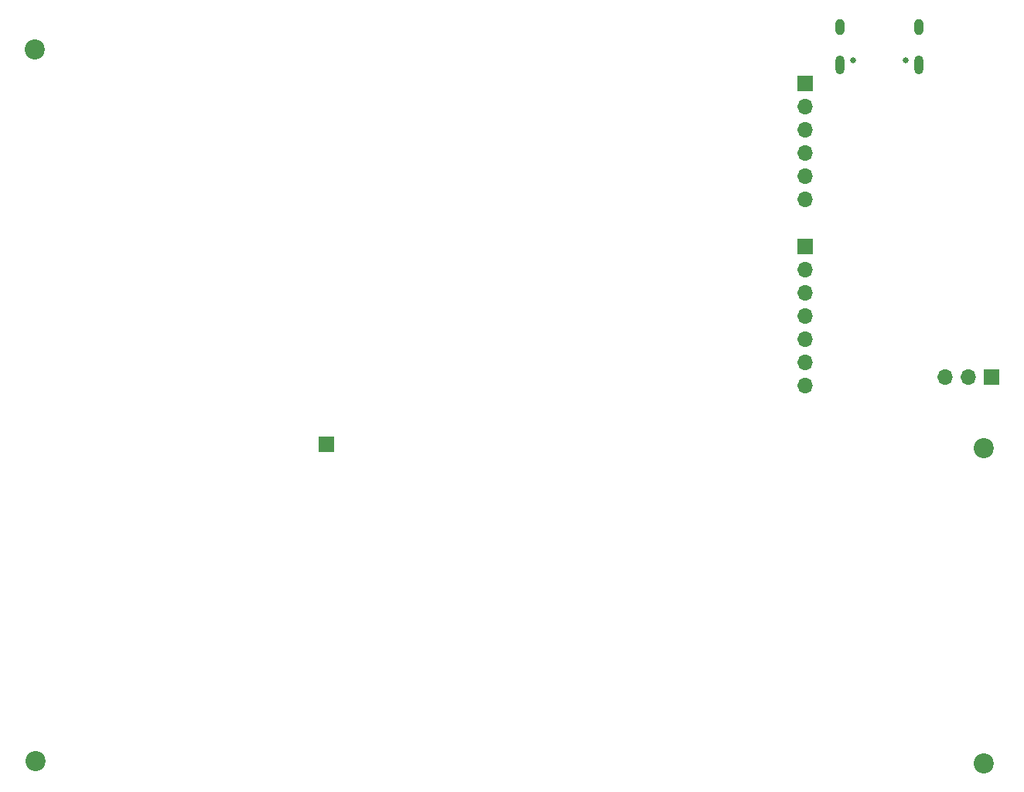
<source format=gbr>
%TF.GenerationSoftware,KiCad,Pcbnew,8.0.6*%
%TF.CreationDate,2025-01-01T18:17:35-06:00*%
%TF.ProjectId,AnalogMultiCapSense,416e616c-6f67-44d7-956c-746943617053,rev?*%
%TF.SameCoordinates,Original*%
%TF.FileFunction,Soldermask,Bot*%
%TF.FilePolarity,Negative*%
%FSLAX46Y46*%
G04 Gerber Fmt 4.6, Leading zero omitted, Abs format (unit mm)*
G04 Created by KiCad (PCBNEW 8.0.6) date 2025-01-01 18:17:35*
%MOMM*%
%LPD*%
G01*
G04 APERTURE LIST*
%ADD10O,1.700000X1.700000*%
%ADD11R,1.700000X1.700000*%
%ADD12C,0.650000*%
%ADD13O,1.000000X2.100000*%
%ADD14O,1.000000X1.800000*%
%ADD15C,2.200000*%
G04 APERTURE END LIST*
D10*
%TO.C,J14*%
X190935000Y-115585000D03*
X193475000Y-115585000D03*
D11*
X196015000Y-115585000D03*
%TD*%
D10*
%TO.C,J13*%
X175575000Y-116500000D03*
X175575000Y-113960000D03*
X175575000Y-111420000D03*
X175575000Y-108880000D03*
X175575000Y-106340000D03*
X175575000Y-103800000D03*
D11*
X175575000Y-101260000D03*
%TD*%
D10*
%TO.C,J11*%
X175575000Y-96135000D03*
X175575000Y-93595000D03*
X175575000Y-91055000D03*
X175575000Y-88515000D03*
X175575000Y-85975000D03*
D11*
X175575000Y-83435000D03*
%TD*%
%TO.C,J10*%
X123145785Y-122987575D03*
%TD*%
D12*
%TO.C,J1*%
X186565000Y-80872500D03*
X180785000Y-80872500D03*
D13*
X187995000Y-81372500D03*
D14*
X187995000Y-77222500D03*
D13*
X179355000Y-81372500D03*
D14*
X179355000Y-77222500D03*
%TD*%
D15*
%TO.C,H4*%
X195100000Y-123400000D03*
%TD*%
%TO.C,H3*%
X195100000Y-157900000D03*
%TD*%
%TO.C,H2*%
X91300000Y-157700000D03*
%TD*%
%TO.C,H1*%
X91200000Y-79700000D03*
%TD*%
M02*

</source>
